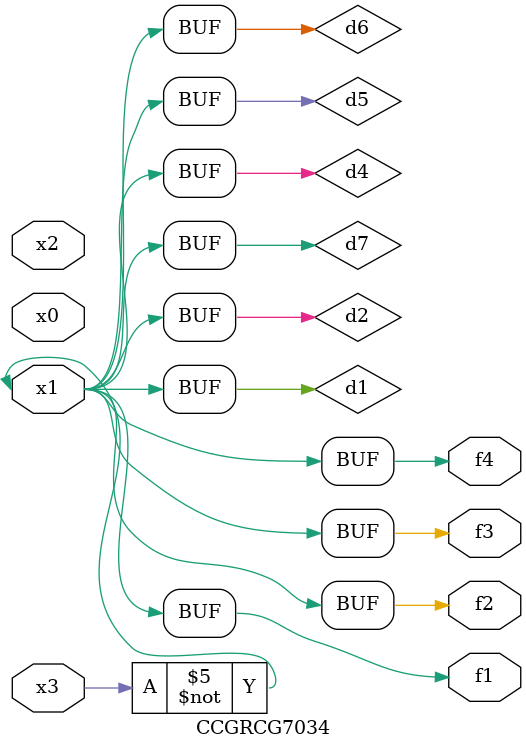
<source format=v>
module CCGRCG7034(
	input x0, x1, x2, x3,
	output f1, f2, f3, f4
);

	wire d1, d2, d3, d4, d5, d6, d7;

	not (d1, x3);
	buf (d2, x1);
	xnor (d3, d1, d2);
	nor (d4, d1);
	buf (d5, d1, d2);
	buf (d6, d4, d5);
	nand (d7, d4);
	assign f1 = d6;
	assign f2 = d7;
	assign f3 = d6;
	assign f4 = d6;
endmodule

</source>
